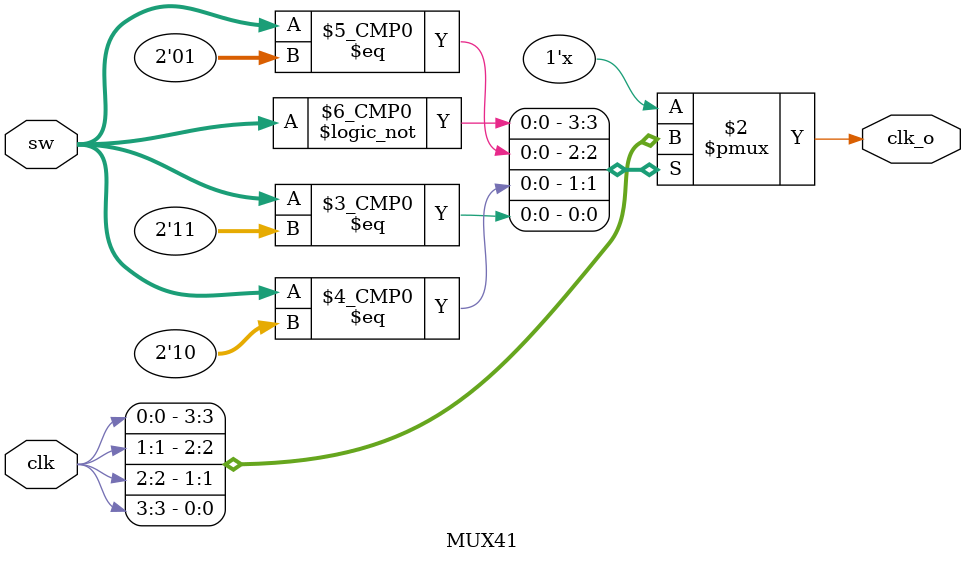
<source format=v>
`timescale 1ns / 1ps
module MUX41(
input wire [3:0] clk,
input wire [1:0] sw,
output reg clk_o
    );
// signal declaration
// clk_o ;
always @(clk,sw)
case (sw)
0: clk_o = clk[0];
1: clk_o = clk[1];
2: clk_o = clk[2];
3: clk_o = clk[3];
endcase
endmodule

</source>
